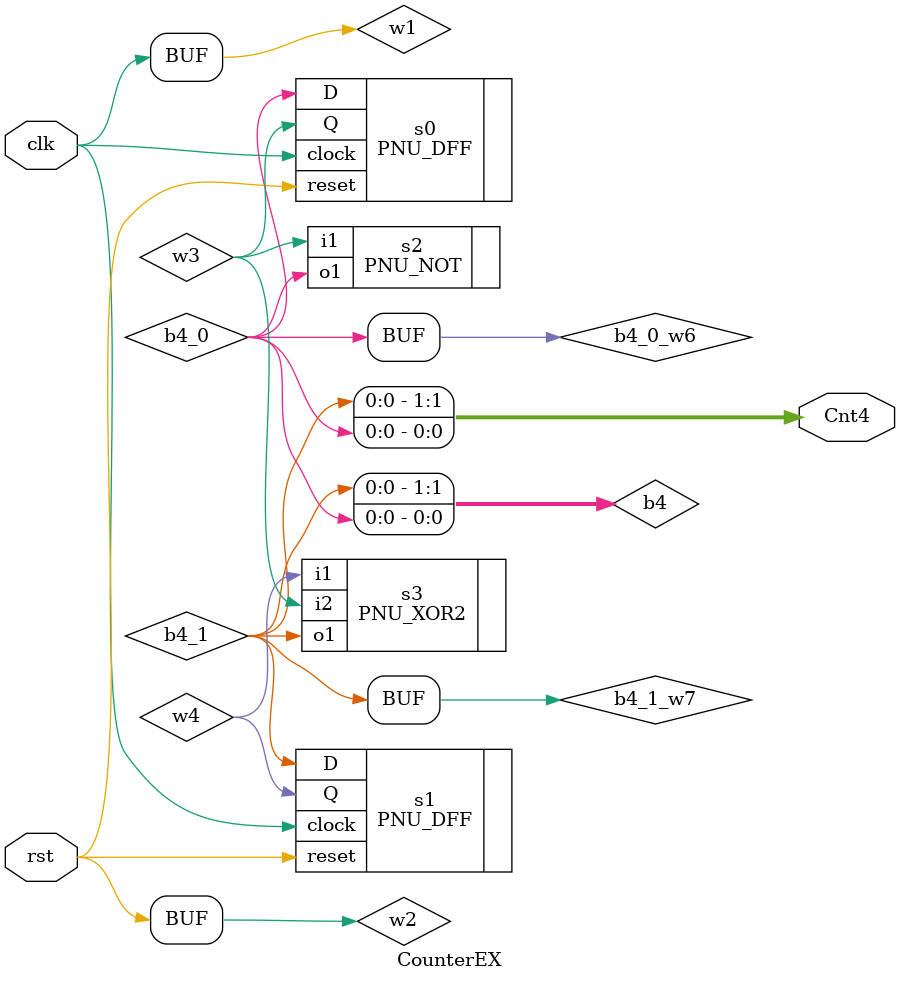
<source format=v>
module CounterEX(clk,rst,Cnt4);

input clk;
input rst;
output [1:0] Cnt4;

wire  w2;
wire  w1;
wire  w3;
wire  w4;
wire [1:0] b4;
wire  b4_1;
wire  b4_1_w7;
wire  b4_0;
wire  b4_0_w6;

assign w1 = clk;
assign w2 = rst;
assign Cnt4 = b4;

assign b4[1] = b4_1;
assign b4[0] = b4_0;

assign b4_1_w7 = {b4[1]};
assign b4_0_w6 = {b4[0]};

PNU_DFF
     s0 (
      .reset(w2),
      .clock(w1),
      .Q(w3),
      .D(b4_0_w6));

PNU_DFF
     s1 (
      .reset(w2),
      .clock(w1),
      .Q(w4),
      .D(b4_1_w7));

PNU_NOT
     s2 (
      .i1(w3),
      .o1(b4_0));

PNU_XOR2
     s3 (
      .i2(w3),
      .i1(w4),
      .o1(b4_1));

endmodule


</source>
